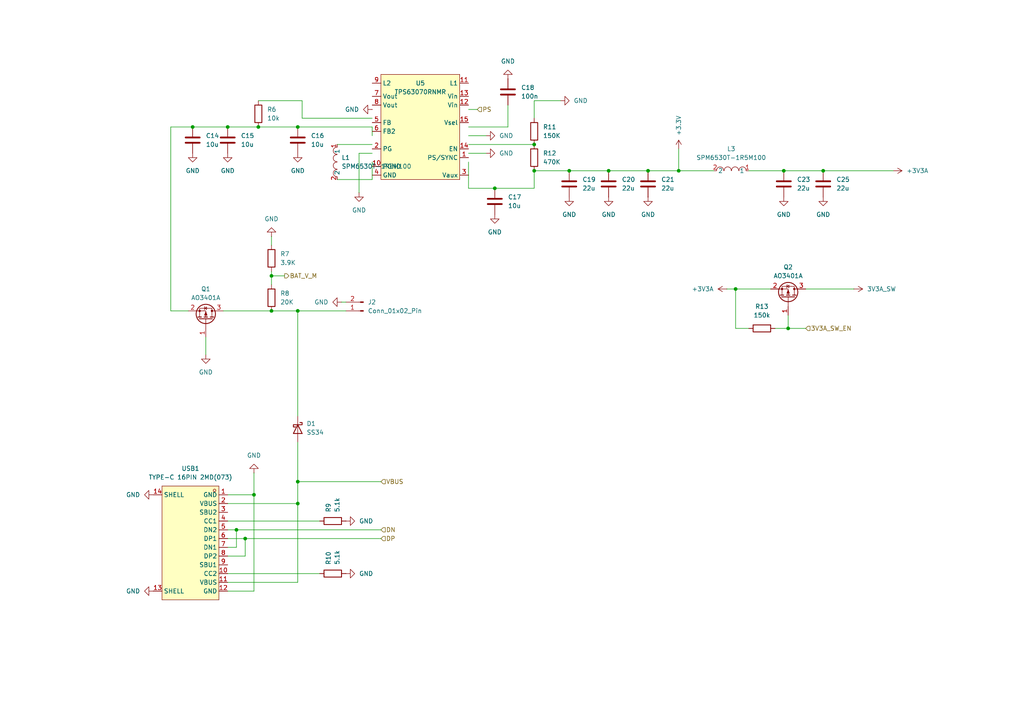
<source format=kicad_sch>
(kicad_sch (version 20231120) (generator "eeschema") (generator_version "8.0")
  (paper "A4")
  (lib_symbols
    (symbol "Connector:Conn_01x02_Pin" (pin_names (offset 1.016) hide)
      (property "Reference" "J" (at 0 2.54 0))
      (property "Value" "Conn_01x02_Pin" (at 0 -5.08 0))
      (symbol "Conn_01x02_Pin_1_1"
        (polyline (pts (xy 1.27 -2.54) (xy 0.8636 -2.54)) (stroke (width 0.1524)))
        (polyline (pts (xy 1.27 0) (xy 0.8636 0)) (stroke (width 0.1524)))
        (rectangle (start 0.8636 -2.413) (end 0 -2.667) (stroke (width 0.1524)) (fill (type outline)))
        (rectangle (start 0.8636 0.127) (end 0 -0.127) (stroke (width 0.1524)) (fill (type outline)))
        (pin passive line (at 5.08 0 180) (length 3.81) (name "Pin_1") (number "1"))
        (pin passive line (at 5.08 -2.54 180) (length 3.81) (name "Pin_2") (number "2"))
      )
    )
    (symbol "Device:C" (pin_numbers hide) (pin_names (offset 0.254))
      (property "Reference" "C" (at 0.635 2.54 0))
      (property "Value" "C" (at 0.635 -2.54 0))
      (symbol "C_0_1"
        (polyline (pts (xy -2.032 -0.762) (xy 2.032 -0.762)) (stroke (width 0.508)))
        (polyline (pts (xy -2.032 0.762) (xy 2.032 0.762)) (stroke (width 0.508)))
      )
      (symbol "C_1_1"
        (pin passive line (at 0 3.81 270) (length 2.794) (name "~") (number "1"))
        (pin passive line (at 0 -3.81 90) (length 2.794) (name "~") (number "2"))
      )
    )
    (symbol "Device:R" (pin_numbers hide) (pin_names (offset 0))
      (property "Reference" "R" (at 2.032 0 90))
      (property "Value" "R" (at 0 0 90))
      (symbol "R_0_1"
        (rectangle (start -1.016 -2.54) (end 1.016 2.54) (stroke (width 0.254)))
      )
      (symbol "R_1_1"
        (pin passive line (at 0 3.81 270) (length 1.27) (name "~") (number "1"))
        (pin passive line (at 0 -3.81 90) (length 1.27) (name "~") (number "2"))
      )
    )
    (symbol "Diode:SS34" (pin_numbers hide) (pin_names (offset 1.016) hide)
      (property "Reference" "D" (at 0 2.54 0))
      (property "Value" "SS34" (at 0 -2.54 0))
      (symbol "SS34_0_1"
        (polyline (pts (xy 1.27 0) (xy -1.27 0)))
        (polyline (pts (xy 1.27 1.27) (xy 1.27 -1.27) (xy -1.27 0) (xy 1.27 1.27)) (stroke (width 0.254)))
        (polyline (pts (xy -1.905 0.635) (xy -1.905 1.27) (xy -1.27 1.27) (xy -1.27 -1.27) (xy -0.635 -1.27) (xy -0.635 -0.635)) (stroke (width 0.254)))
      )
      (symbol "SS34_1_1"
        (pin passive line (at -3.81 0 0) (length 2.54) (name "K") (number "1"))
        (pin passive line (at 3.81 0 180) (length 2.54) (name "A") (number "2"))
      )
    )
    (symbol "Rocketry_Easyeda:SPM6530T-1R5M100"
      (property "Reference" "L" (at 0 5.08 0))
      (property "Value" "SPM6530T-1R5M100" (at 0 -5.08 0))
      (symbol "SPM6530T-1R5M100_0_1"
        (arc (start -4.29 -0.02) (mid -2.52 -0.79) (end -2.27 -0.02))
        (arc (start -2.13 -0.02) (mid -0.36 -0.79) (end -0.11 -0.02))
        (arc (start 0.02 -0.02) (mid 1.79 -0.79) (end 2.04 -0.02))
        (arc (start 2.21 -0.02) (mid 3.3 -1.12) (end 4.23 -0.02))
        (pin unspecified line (at -5.08 0 0) (length 0.762) (name "1") (number "1"))
        (pin unspecified line (at 5.08 0 180) (length 0.762) (name "2") (number "2"))
      )
    )
    (symbol "Rocketry_Easyeda:TPS63070RNMR"
      (property "Reference" "U" (at 0 13.97 0))
      (property "Value" "TPS63070RNMR" (at 0 -13.97 0))
      (symbol "TPS63070RNMR_0_1"
        (rectangle (start -11.43 19.05) (end 11.43 -11.43) (fill (type background)))
        (pin unspecified line (at -13.97 -5.08 0) (length 2.54) (name "PS/SYNC") (number "1"))
        (pin unspecified line (at 13.97 -7.62 180) (length 2.54) (name "PGND") (number "10"))
        (pin unspecified line (at -13.97 16.51 0) (length 2.54) (name "L1") (number "11"))
        (pin unspecified line (at -13.97 10.16 0) (length 2.54) (name "Vin") (number "12"))
        (pin unspecified line (at -13.97 12.7 0) (length 2.54) (name "Vin") (number "13"))
        (pin unspecified line (at -13.97 -2.54 0) (length 2.54) (name "EN") (number "14"))
        (pin unspecified line (at -13.97 5.08 0) (length 2.54) (name "Vsel") (number "15"))
        (pin unspecified line (at 13.97 -2.54 180) (length 2.54) (name "PG") (number "2"))
        (pin unspecified line (at -13.97 -10.16 0) (length 2.54) (name "Vaux") (number "3"))
        (pin unspecified line (at 13.97 -10.16 180) (length 2.54) (name "GND") (number "4"))
        (pin unspecified line (at 13.97 5.08 180) (length 2.54) (name "FB") (number "5"))
        (pin unspecified line (at 13.97 2.54 180) (length 2.54) (name "FB2") (number "6"))
        (pin unspecified line (at 13.97 12.7 180) (length 2.54) (name "Vout") (number "7"))
        (pin unspecified line (at 13.97 10.16 180) (length 2.54) (name "Vout") (number "8"))
        (pin unspecified line (at 13.97 16.51 180) (length 2.54) (name "L2") (number "9"))
      )
    )
    (symbol "Rocketry_Easyeda:TYPE-C16PIN2MD(073)"
      (property "Reference" "USB" (at 0 19.05 0))
      (property "Value" "TYPE-C 16PIN 2MD(073)" (at 0 -19.05 0))
      (symbol "TYPE-C16PIN2MD(073)_0_1"
        (rectangle (start -8.89 16.51) (end 7.62 -16.51) (fill (type background)))
        (circle (center -7.62 15.24) (radius 0.38))
        (pin unspecified line (at -11.43 13.97 0) (length 2.54) (name "GND") (number "1"))
        (pin unspecified line (at -11.43 -8.89 0) (length 2.54) (name "CC2") (number "10"))
        (pin unspecified line (at -11.43 -11.43 0) (length 2.54) (name "VBUS") (number "11"))
        (pin unspecified line (at -11.43 -13.97 0) (length 2.54) (name "GND") (number "12"))
        (pin unspecified line (at 10.16 -13.97 180) (length 2.54) (name "SHELL") (number "13"))
        (pin unspecified line (at 10.16 13.97 180) (length 2.54) (name "SHELL") (number "14"))
        (pin unspecified line (at -11.43 11.43 0) (length 2.54) (name "VBUS") (number "2"))
        (pin unspecified line (at -11.43 8.89 0) (length 2.54) (name "SBU2") (number "3"))
        (pin unspecified line (at -11.43 6.35 0) (length 2.54) (name "CC1") (number "4"))
        (pin unspecified line (at -11.43 3.81 0) (length 2.54) (name "DN2") (number "5"))
        (pin unspecified line (at -11.43 1.27 0) (length 2.54) (name "DP1") (number "6"))
        (pin unspecified line (at -11.43 -1.27 0) (length 2.54) (name "DN1") (number "7"))
        (pin unspecified line (at -11.43 -3.81 0) (length 2.54) (name "DP2") (number "8"))
        (pin unspecified line (at -11.43 -6.35 0) (length 2.54) (name "SBU1") (number "9"))
      )
    )
    (symbol "Transistor_FET:AO3401A" (pin_names hide)
      (property "Reference" "Q" (at 5.08 1.905 0))
      (property "Value" "AO3401A" (at 5.08 0 0))
      (symbol "AO3401A_0_1"
        (polyline (pts (xy 0.254 0) (xy -2.54 0)))
        (polyline (pts (xy 0.254 1.905) (xy 0.254 -1.905)) (stroke (width 0.254)))
        (polyline (pts (xy 0.762 -1.27) (xy 0.762 -2.286)) (stroke (width 0.254)))
        (polyline (pts (xy 0.762 0.508) (xy 0.762 -0.508)) (stroke (width 0.254)))
        (polyline (pts (xy 0.762 2.286) (xy 0.762 1.27)) (stroke (width 0.254)))
        (polyline (pts (xy 2.54 2.54) (xy 2.54 1.778)))
        (polyline (pts (xy 2.54 -2.54) (xy 2.54 0) (xy 0.762 0)))
        (polyline (pts (xy 0.762 1.778) (xy 3.302 1.778) (xy 3.302 -1.778) (xy 0.762 -1.778)))
        (polyline (pts (xy 2.286 0) (xy 1.27 0.381) (xy 1.27 -0.381) (xy 2.286 0)) (fill (type outline)))
        (polyline (pts (xy 2.794 -0.508) (xy 2.921 -0.381) (xy 3.683 -0.381) (xy 3.81 -0.254)))
        (polyline (pts (xy 3.302 -0.381) (xy 2.921 0.254) (xy 3.683 0.254) (xy 3.302 -0.381)))
        (circle (center 1.651 0) (radius 2.794) (stroke (width 0.254)))
        (circle (center 2.54 -1.778) (radius 0.254) (fill (type outline)))
        (circle (center 2.54 1.778) (radius 0.254) (fill (type outline)))
      )
      (symbol "AO3401A_1_1"
        (pin input line (at -5.08 0 0) (length 2.54) (name "G") (number "1"))
        (pin passive line (at 2.54 -5.08 90) (length 2.54) (name "S") (number "2"))
        (pin passive line (at 2.54 5.08 270) (length 2.54) (name "D") (number "3"))
      )
    )
    (symbol "power:+3.3V" (power) (pin_numbers hide) (pin_names (offset 0) hide)
      (property "Value" "+3.3V" (at 0 3.556 0))
      (symbol "+3.3V_0_1"
        (polyline (pts (xy -0.762 1.27) (xy 0 2.54)))
        (polyline (pts (xy 0 0) (xy 0 2.54)))
        (polyline (pts (xy 0 2.54) (xy 0.762 1.27)))
      )
      (symbol "+3.3V_1_1"
        (pin power_in line (at 0 0 90) (length 0) (name "~") (number "1"))
      )
    )
    (symbol "power:+3.3VA" (power) (pin_numbers hide) (pin_names (offset 0) hide)
      (property "Value" "+3.3VA" (at 0 3.556 0))
      (symbol "+3.3VA_0_1"
        (polyline (pts (xy -0.762 1.27) (xy 0 2.54)))
        (polyline (pts (xy 0 0) (xy 0 2.54)))
        (polyline (pts (xy 0 2.54) (xy 0.762 1.27)))
      )
      (symbol "+3.3VA_1_1"
        (pin power_in line (at 0 0 90) (length 0) (name "~") (number "1"))
      )
    )
    (symbol "power:GND" (power) (pin_numbers hide) (pin_names (offset 0) hide)
      (property "Value" "GND" (at 0 -3.81 0))
      (symbol "GND_0_1"
        (polyline (pts (xy 0 0) (xy 0 -1.27) (xy 1.27 -1.27) (xy 0 -2.54) (xy -1.27 -1.27) (xy 0 -1.27)))
      )
      (symbol "GND_1_1"
        (pin power_in line (at 0 0 270) (length 0) (name "~") (number "1"))
      )
    )
  )
  (junction (at 154.94 49.53))
  (junction (at 187.96 49.53))
  (junction (at 213.36 83.82))
  (junction (at 143.51 54.61))
  (junction (at 86.36 146.05))
  (junction (at 227.33 49.53))
  (junction (at 74.93 36.83))
  (junction (at 68.58 153.67))
  (junction (at 176.53 49.53))
  (junction (at 71.12 156.21))
  (junction (at 165.1 49.53))
  (junction (at 238.76 49.53))
  (junction (at 154.94 41.91))
  (junction (at 196.85 49.53))
  (junction (at 78.74 90.17))
  (junction (at 55.88 36.83))
  (junction (at 86.36 139.7))
  (junction (at 86.36 36.83))
  (junction (at 86.36 90.17))
  (junction (at 78.74 80.01))
  (junction (at 228.6 95.25))
  (junction (at 66.04 36.83))
  (junction (at 73.66 143.51))
  (wire (pts (xy 196.85 49.53) (xy 207.01 49.53)))
  (wire (pts (xy 49.53 36.83) (xy 55.88 36.83)))
  (wire (pts (xy 66.04 36.83) (xy 55.88 36.83)))
  (wire (pts (xy 135.89 46.99) (xy 135.89 54.61)))
  (wire (pts (xy 227.33 49.53) (xy 238.76 49.53)))
  (wire (pts (xy 86.36 139.7) (xy 86.36 146.05)))
  (wire (pts (xy 213.36 95.25) (xy 213.36 83.82)))
  (wire (pts (xy 176.53 49.53) (xy 187.96 49.53)))
  (wire (pts (xy 217.17 49.53) (xy 227.33 49.53)))
  (wire (pts (xy 87.63 29.21) (xy 87.63 34.29)))
  (wire (pts (xy 143.51 54.61) (xy 154.94 54.61)))
  (wire (pts (xy 49.53 90.17) (xy 54.61 90.17)))
  (wire (pts (xy 107.95 46.99) (xy 107.95 52.07)))
  (wire (pts (xy 78.74 90.17) (xy 86.36 90.17)))
  (wire (pts (xy 213.36 83.82) (xy 223.52 83.82)))
  (wire (pts (xy 73.66 143.51) (xy 66.04 143.51)))
  (wire (pts (xy 107.95 52.07) (xy 97.79 52.07)))
  (wire (pts (xy 110.49 139.7) (xy 86.36 139.7)))
  (wire (pts (xy 135.89 41.91) (xy 154.94 41.91)))
  (wire (pts (xy 87.63 34.29) (xy 107.95 34.29)))
  (wire (pts (xy 165.1 49.53) (xy 176.53 49.53)))
  (wire (pts (xy 66.04 168.91) (xy 86.36 168.91)))
  (wire (pts (xy 97.79 41.91) (xy 107.95 41.91)))
  (wire (pts (xy 104.14 55.88) (xy 104.14 44.45)))
  (wire (pts (xy 49.53 90.17) (xy 49.53 36.83)))
  (wire (pts (xy 78.74 80.01) (xy 78.74 82.55)))
  (wire (pts (xy 66.04 166.37) (xy 92.71 166.37)))
  (wire (pts (xy 59.69 97.79) (xy 59.69 102.87)))
  (wire (pts (xy 71.12 156.21) (xy 71.12 161.29)))
  (wire (pts (xy 86.36 128.27) (xy 86.36 139.7)))
  (wire (pts (xy 86.36 168.91) (xy 86.36 146.05)))
  (wire (pts (xy 210.82 83.82) (xy 213.36 83.82)))
  (wire (pts (xy 78.74 68.58) (xy 78.74 71.12)))
  (wire (pts (xy 66.04 161.29) (xy 71.12 161.29)))
  (wire (pts (xy 162.56 29.21) (xy 154.94 29.21)))
  (wire (pts (xy 104.14 44.45) (xy 107.95 44.45)))
  (wire (pts (xy 187.96 49.53) (xy 196.85 49.53)))
  (wire (pts (xy 64.77 90.17) (xy 78.74 90.17)))
  (wire (pts (xy 135.89 39.37) (xy 140.97 39.37)))
  (wire (pts (xy 86.36 90.17) (xy 86.36 120.65)))
  (wire (pts (xy 135.89 54.61) (xy 143.51 54.61)))
  (wire (pts (xy 74.93 29.21) (xy 87.63 29.21)))
  (wire (pts (xy 135.89 36.83) (xy 147.32 36.83)))
  (wire (pts (xy 73.66 143.51) (xy 73.66 171.45)))
  (wire (pts (xy 147.32 36.83) (xy 147.32 30.48)))
  (wire (pts (xy 66.04 171.45) (xy 73.66 171.45)))
  (wire (pts (xy 154.94 29.21) (xy 154.94 34.29)))
  (wire (pts (xy 78.74 80.01) (xy 78.74 78.74)))
  (wire (pts (xy 238.76 49.53) (xy 259.08 49.53)))
  (wire (pts (xy 86.36 90.17) (xy 100.33 90.17)))
  (wire (pts (xy 66.04 156.21) (xy 71.12 156.21)))
  (wire (pts (xy 107.95 36.83) (xy 107.95 39.37)))
  (wire (pts (xy 138.43 31.75) (xy 135.89 31.75)))
  (wire (pts (xy 135.89 44.45) (xy 140.97 44.45)))
  (wire (pts (xy 73.66 137.16) (xy 73.66 143.51)))
  (wire (pts (xy 66.04 151.13) (xy 92.71 151.13)))
  (wire (pts (xy 86.36 36.83) (xy 74.93 36.83)))
  (wire (pts (xy 78.74 80.01) (xy 82.55 80.01)))
  (wire (pts (xy 86.36 36.83) (xy 107.95 36.83)))
  (wire (pts (xy 68.58 153.67) (xy 110.49 153.67)))
  (wire (pts (xy 228.6 95.25) (xy 228.6 91.44)))
  (wire (pts (xy 217.17 95.25) (xy 213.36 95.25)))
  (wire (pts (xy 99.06 87.63) (xy 100.33 87.63)))
  (wire (pts (xy 74.93 36.83) (xy 66.04 36.83)))
  (wire (pts (xy 224.79 95.25) (xy 228.6 95.25)))
  (wire (pts (xy 66.04 146.05) (xy 86.36 146.05)))
  (wire (pts (xy 71.12 156.21) (xy 110.49 156.21)))
  (wire (pts (xy 68.58 158.75) (xy 66.04 158.75)))
  (wire (pts (xy 66.04 153.67) (xy 68.58 153.67)))
  (wire (pts (xy 247.65 83.82) (xy 233.68 83.82)))
  (wire (pts (xy 196.85 43.18) (xy 196.85 49.53)))
  (wire (pts (xy 68.58 153.67) (xy 68.58 158.75)))
  (wire (pts (xy 154.94 49.53) (xy 165.1 49.53)))
  (wire (pts (xy 154.94 54.61) (xy 154.94 49.53)))
  (wire (pts (xy 228.6 95.25) (xy 233.68 95.25)))
  (hierarchical_label "VBUS" (shape input) (at 110.49 139.7 0))
  (hierarchical_label "3V3A_SW_EN" (shape input) (at 233.68 95.25 0))
  (hierarchical_label "DP" (shape input) (at 110.49 156.21 0))
  (hierarchical_label "DN" (shape input) (at 110.49 153.67 0))
  (hierarchical_label "BAT_V_M" (shape output) (at 82.55 80.01 0))
  (hierarchical_label "PS" (shape input) (at 138.43 31.75 0))
  (symbol (lib_id "power:GND") (at 227.33 57.15 0) (unit 1)
    (property "Reference" "#PWR047" (effects (hide yes)))
    (property "Value" "GND" (at 227.33 62.23 0))
    (property "Description" "Power symbol creates a global label with name \"GND\" , ground" (effects (hide yes)))
  )
  (symbol (lib_id "power:+3.3VA") (at 247.65 83.82 270) (unit 1)
    (property "Reference" "#PWR052" (effects (hide yes)))
    (property "Value" "3V3A_SW" (at 251.46 83.8199 90) (effects (justify left)))
    (property "Description" "Power symbol creates a global label with name \"+3.3VA\"" (effects (hide yes)))
  )
  (symbol (lib_id "Transistor_FET:AO3401A") (at 228.6 86.36 270) (mirror x) (unit 1)
    (property "Reference" "Q2" (at 228.6 77.47 90))
    (property "Value" "AO3401A" (at 228.6 80.01 90))
    (property "Footprint" "Package_TO_SOT_SMD:SOT-23" (effects (hide yes)))
    (property "Datasheet" "http://www.aosmd.com/pdfs/datasheet/AO3401A.pdf" (effects (hide yes)))
    (property "Description" "-4.0A Id, -30V Vds, P-Channel MOSFET, SOT-23" (effects (hide yes)))
  )
  (symbol (lib_id "Device:C") (at 187.96 53.34 180) (unit 1)
    (property "Reference" "C21" (at 191.77 52.07 0) (effects (justify right)))
    (property "Value" "22u" (at 191.77 54.61 0) (effects (justify right)))
    (property "Footprint" "Capacitor_SMD:C_0603_1608Metric" (effects (hide yes)))
    (property "Description" "Unpolarized capacitor" (effects (hide yes)))
  )
  (symbol (lib_id "power:GND") (at 238.76 57.15 0) (unit 1)
    (property "Reference" "#PWR050" (effects (hide yes)))
    (property "Value" "GND" (at 238.76 62.23 0))
    (property "Description" "Power symbol creates a global label with name \"GND\" , ground" (effects (hide yes)))
  )
  (symbol (lib_id "power:GND") (at 147.32 22.86 180) (unit 1)
    (property "Reference" "#PWR039" (effects (hide yes)))
    (property "Value" "GND" (at 147.32 17.78 0))
    (property "Description" "Power symbol creates a global label with name \"GND\" , ground" (effects (hide yes)))
  )
  (symbol (lib_id "Transistor_FET:AO3401A") (at 59.69 92.71 270) (mirror x) (unit 1)
    (property "Reference" "Q1" (at 59.69 83.82 90))
    (property "Value" "AO3401A" (at 59.69 86.36 90))
    (property "Footprint" "Package_TO_SOT_SMD:SOT-23" (effects (hide yes)))
    (property "Datasheet" "http://www.aosmd.com/pdfs/datasheet/AO3401A.pdf" (effects (hide yes)))
    (property "Description" "-4.0A Id, -30V Vds, P-Channel MOSFET, SOT-23" (effects (hide yes)))
  )
  (symbol (lib_id "Device:C") (at 143.51 58.42 180) (unit 1)
    (property "Reference" "C17" (at 147.32 57.15 0) (effects (justify right)))
    (property "Value" "10u" (at 147.32 59.69 0) (effects (justify right)))
    (property "Footprint" "Capacitor_SMD:C_0603_1608Metric" (effects (hide yes)))
    (property "Description" "Unpolarized capacitor" (effects (hide yes)))
  )
  (symbol (lib_id "power:GND") (at 176.53 57.15 0) (unit 1)
    (property "Reference" "#PWR042" (effects (hide yes)))
    (property "Value" "GND" (at 176.53 62.23 0))
    (property "Description" "Power symbol creates a global label with name \"GND\" , ground" (effects (hide yes)))
  )
  (symbol (lib_id "power:GND") (at 66.04 44.45 0) (unit 1)
    (property "Reference" "#PWR027" (effects (hide yes)))
    (property "Value" "GND" (at 66.04 49.53 0))
    (property "Description" "Power symbol creates a global label with name \"GND\" , ground" (effects (hide yes)))
  )
  (symbol (lib_id "power:GND") (at 140.97 44.45 90) (unit 1)
    (property "Reference" "#PWR037" (effects (hide yes)))
    (property "Value" "GND" (at 144.78 44.4499 90) (effects (justify right)))
    (property "Description" "Power symbol creates a global label with name \"GND\" , ground" (effects (hide yes)))
  )
  (symbol (lib_id "Device:C") (at 55.88 40.64 180) (unit 1)
    (property "Reference" "C14" (at 59.69 39.37 0) (effects (justify right)))
    (property "Value" "10u" (at 59.69 41.91 0) (effects (justify right)))
    (property "Footprint" "Capacitor_SMD:C_0603_1608Metric" (effects (hide yes)))
    (property "Description" "Unpolarized capacitor" (effects (hide yes)))
  )
  (symbol (lib_id "Device:C") (at 176.53 53.34 180) (unit 1)
    (property "Reference" "C20" (at 180.34 52.07 0) (effects (justify right)))
    (property "Value" "22u" (at 180.34 54.61 0) (effects (justify right)))
    (property "Footprint" "Capacitor_SMD:C_0603_1608Metric" (effects (hide yes)))
    (property "Description" "Unpolarized capacitor" (effects (hide yes)))
  )
  (symbol (lib_id "Rocketry_Easyeda:TYPE-C16PIN2MD(073)") (at 54.61 157.48 0) (mirror y) (unit 1)
    (property "Reference" "USB1" (at 55.245 135.89 0))
    (property "Value" "TYPE-C 16PIN 2MD(073)" (at 55.245 138.43 0))
    (property "Footprint" "Rocketry_Easyeda:USB-C-SMD_TYPE-C-6PIN-2MD-073" (effects (hide yes)))
    (property "LCSC Part" "C2765186" (effects (hide yes)))
  )
  (symbol (lib_id "Device:R") (at 96.52 166.37 270) (unit 1)
    (property "Reference" "R10" (at 95.2499 163.83 0) (effects (justify right)))
    (property "Value" "5.1k" (at 97.7899 163.83 0) (effects (justify right)))
    (property "Footprint" "Resistor_SMD:R_0402_1005Metric" (effects (hide yes)))
    (property "Description" "Resistor" (effects (hide yes)))
  )
  (symbol (lib_id "Device:R") (at 154.94 38.1 0) (unit 1)
    (property "Reference" "R11" (at 157.48 36.8299 0) (effects (justify left)))
    (property "Value" "150K" (at 157.48 39.3699 0) (effects (justify left)))
    (property "Footprint" "Resistor_SMD:R_0603_1608Metric" (effects (hide yes)))
    (property "Description" "Resistor" (effects (hide yes)))
  )
  (symbol (lib_id "Device:C") (at 66.04 40.64 180) (unit 1)
    (property "Reference" "C15" (at 69.85 39.37 0) (effects (justify right)))
    (property "Value" "10u" (at 69.85 41.91 0) (effects (justify right)))
    (property "Footprint" "Capacitor_SMD:C_0603_1608Metric" (effects (hide yes)))
    (property "Description" "Unpolarized capacitor" (effects (hide yes)))
  )
  (symbol (lib_id "power:GND") (at 44.45 171.45 270) (unit 1)
    (property "Reference" "#PWR024" (effects (hide yes)))
    (property "Value" "GND" (at 40.64 171.4499 90) (effects (justify right)))
    (property "Description" "Power symbol creates a global label with name \"GND\" , ground" (effects (hide yes)))
  )
  (symbol (lib_id "Device:R") (at 154.94 45.72 0) (unit 1)
    (property "Reference" "R12" (at 157.48 44.4499 0) (effects (justify left)))
    (property "Value" "470K" (at 157.48 46.9899 0) (effects (justify left)))
    (property "Footprint" "Resistor_SMD:R_0402_1005Metric" (effects (hide yes)))
    (property "Description" "Resistor" (effects (hide yes)))
  )
  (symbol (lib_id "power:GND") (at 100.33 151.13 90) (unit 1)
    (property "Reference" "#PWR032" (effects (hide yes)))
    (property "Value" "GND" (at 104.14 151.1299 90) (effects (justify right)))
    (property "Description" "Power symbol creates a global label with name \"GND\" , ground" (effects (hide yes)))
  )
  (symbol (lib_id "power:GND") (at 187.96 57.15 0) (unit 1)
    (property "Reference" "#PWR043" (effects (hide yes)))
    (property "Value" "GND" (at 187.96 62.23 0))
    (property "Description" "Power symbol creates a global label with name \"GND\" , ground" (effects (hide yes)))
  )
  (symbol (lib_id "power:GND") (at 165.1 57.15 0) (unit 1)
    (property "Reference" "#PWR041" (effects (hide yes)))
    (property "Value" "GND" (at 165.1 62.23 0))
    (property "Description" "Power symbol creates a global label with name \"GND\" , ground" (effects (hide yes)))
  )
  (symbol (lib_id "power:+3.3V") (at 196.85 43.18 0) (unit 1)
    (property "Reference" "#PWR044" (effects (hide yes)))
    (property "Value" "+3.3V" (at 196.8501 39.37 90) (effects (justify left)))
    (property "Description" "Power symbol creates a global label with name \"+3.3V\"" (effects (hide yes)))
  )
  (symbol (lib_id "power:GND") (at 100.33 166.37 90) (unit 1)
    (property "Reference" "#PWR033" (effects (hide yes)))
    (property "Value" "GND" (at 104.14 166.3699 90) (effects (justify right)))
    (property "Description" "Power symbol creates a global label with name \"GND\" , ground" (effects (hide yes)))
  )
  (symbol (lib_id "power:GND") (at 73.66 137.16 180) (unit 1)
    (property "Reference" "#PWR028" (effects (hide yes)))
    (property "Value" "GND" (at 73.66 132.08 0))
    (property "Description" "Power symbol creates a global label with name \"GND\" , ground" (effects (hide yes)))
  )
  (symbol (lib_id "power:+3.3VA") (at 259.08 49.53 270) (unit 1)
    (property "Reference" "#PWR053" (effects (hide yes)))
    (property "Value" "+3V3A" (at 262.89 49.5299 90) (effects (justify left)))
    (property "Description" "Power symbol creates a global label with name \"+3.3VA\"" (effects (hide yes)))
  )
  (symbol (lib_id "Connector:Conn_01x02_Pin") (at 105.41 90.17 180) (unit 1)
    (property "Reference" "J2" (at 106.68 87.6299 0) (effects (justify right)))
    (property "Value" "Conn_01x02_Pin" (at 106.68 90.1699 0) (effects (justify right)))
    (property "Footprint" "Rocketry_Manual:1054301102" (effects (hide yes)))
    (property "Description" "Generic connector, single row, 01x02, script generated" (effects (hide yes)))
  )
  (symbol (lib_id "power:GND") (at 99.06 87.63 270) (unit 1)
    (property "Reference" "#PWR031" (effects (hide yes)))
    (property "Value" "GND" (at 95.25 87.6299 90) (effects (justify right)))
    (property "Description" "Power symbol creates a global label with name \"GND\" , ground" (effects (hide yes)))
  )
  (symbol (lib_id "Device:R") (at 96.52 151.13 270) (unit 1)
    (property "Reference" "R9" (at 95.2499 148.59 0) (effects (justify right)))
    (property "Value" "5.1k" (at 97.7899 148.59 0) (effects (justify right)))
    (property "Footprint" "Resistor_SMD:R_0402_1005Metric" (effects (hide yes)))
    (property "Description" "Resistor" (effects (hide yes)))
  )
  (symbol (lib_id "Device:R") (at 74.93 33.02 0) (unit 1)
    (property "Reference" "R6" (at 77.47 31.7499 0) (effects (justify left)))
    (property "Value" "10k" (at 77.47 34.2899 0) (effects (justify left)))
    (property "Footprint" "Resistor_SMD:R_0402_1005Metric" (effects (hide yes)))
    (property "Description" "Resistor" (effects (hide yes)))
  )
  (symbol (lib_id "Device:C") (at 238.76 53.34 180) (unit 1)
    (property "Reference" "C25" (at 242.57 52.07 0) (effects (justify right)))
    (property "Value" "22u" (at 242.57 54.61 0) (effects (justify right)))
    (property "Footprint" "Capacitor_SMD:C_0603_1608Metric" (effects (hide yes)))
    (property "Description" "Unpolarized capacitor" (effects (hide yes)))
  )
  (symbol (lib_id "power:GND") (at 44.45 143.51 270) (unit 1)
    (property "Reference" "#PWR023" (effects (hide yes)))
    (property "Value" "GND" (at 40.64 143.5099 90) (effects (justify right)))
    (property "Description" "Power symbol creates a global label with name \"GND\" , ground" (effects (hide yes)))
  )
  (symbol (lib_id "power:+3.3V") (at 210.82 83.82 90) (unit 1)
    (property "Reference" "#PWR046" (effects (hide yes)))
    (property "Value" "+3V3A" (at 207.01 83.8199 90) (effects (justify left)))
    (property "Description" "Power symbol creates a global label with name \"+3.3V\"" (effects (hide yes)))
  )
  (symbol (lib_id "Device:R") (at 78.74 86.36 0) (unit 1)
    (property "Reference" "R8" (at 81.28 85.09 0) (effects (justify left)))
    (property "Value" "20K" (at 81.28 87.63 0) (effects (justify left)))
    (property "Footprint" "Resistor_SMD:R_0402_1005Metric" (effects (hide yes)))
    (property "Description" "Resistor" (effects (hide yes)))
  )
  (symbol (lib_id "power:GND") (at 78.74 68.58 180) (unit 1)
    (property "Reference" "#PWR029" (effects (hide yes)))
    (property "Value" "GND" (at 78.74 63.5 0))
    (property "Description" "Power symbol creates a global label with name \"GND\" , ground" (effects (hide yes)))
  )
  (symbol (lib_id "Device:C") (at 147.32 26.67 180) (unit 1)
    (property "Reference" "C18" (at 151.13 25.4 0) (effects (justify right)))
    (property "Value" "100n" (at 151.13 27.94 0) (effects (justify right)))
    (property "Footprint" "Capacitor_SMD:C_0402_1005Metric" (effects (hide yes)))
    (property "Description" "Unpolarized capacitor" (effects (hide yes)))
  )
  (symbol (lib_id "Rocketry_Easyeda:SPM6530T-1R5M100") (at 212.09 49.53 180) (unit 1)
    (property "Reference" "L3" (at 212.09 43.18 0))
    (property "Value" "SPM6530T-1R5M100" (at 212.09 45.72 0))
    (property "Footprint" "Rocketry_Easyeda:IND-SMD_L7.1-W6.5-P5.60" (effects (hide yes)))
    (property "Datasheet" "https://lcsc.com/product-detail/Power-Inductors_TDK_SPM6530T-1R5M100_1-5uH-20_C76854.html" (effects (hide yes)))
    (property "LCSC Part" "C76854" (effects (hide yes)))
  )
  (symbol (lib_id "Rocketry_Easyeda:SPM6530T-1R5M100") (at 97.79 46.99 270) (unit 1)
    (property "Reference" "L1" (at 99.06 45.7199 90) (effects (justify left)))
    (property "Value" "SPM6530T-1R5M100" (at 99.06 48.2599 90) (effects (justify left)))
    (property "Footprint" "Rocketry_Easyeda:IND-SMD_L7.1-W6.5-P5.60" (effects (hide yes)))
    (property "Datasheet" "https://lcsc.com/product-detail/Power-Inductors_TDK_SPM6530T-1R5M100_1-5uH-20_C76854.html" (effects (hide yes)))
    (property "LCSC Part" "C76854" (effects (hide yes)))
  )
  (symbol (lib_id "Rocketry_Easyeda:TPS63070RNMR") (at 121.92 40.64 0) (mirror y) (unit 1)
    (property "Reference" "U5" (at 121.92 24.13 0))
    (property "Value" "TPS63070RNMR" (at 121.92 26.67 0))
    (property "Footprint" "Rocketry_Easyeda:VQFN-HR-15_L3.0-W2.5-P0.50-BL_TPS63070RNMR" (effects (hide yes)))
    (property "Datasheet" "https://lcsc.com/product-detail/DC-DC-Converters_TI_TPS63070RNMR_TPS63070RNMR_C109322.html" (effects (hide yes)))
    (property "LCSC Part" "C109322" (effects (hide yes)))
  )
  (symbol (lib_id "power:GND") (at 86.36 44.45 0) (unit 1)
    (property "Reference" "#PWR030" (effects (hide yes)))
    (property "Value" "GND" (at 86.36 49.53 0))
    (property "Description" "Power symbol creates a global label with name \"GND\" , ground" (effects (hide yes)))
  )
  (symbol (lib_id "Device:C") (at 86.36 40.64 180) (unit 1)
    (property "Reference" "C16" (at 90.17 39.37 0) (effects (justify right)))
    (property "Value" "10u" (at 90.17 41.91 0) (effects (justify right)))
    (property "Footprint" "Capacitor_SMD:C_0603_1608Metric" (effects (hide yes)))
    (property "Description" "Unpolarized capacitor" (effects (hide yes)))
  )
  (symbol (lib_id "power:GND") (at 59.69 102.87 0) (unit 1)
    (property "Reference" "#PWR026" (effects (hide yes)))
    (property "Value" "GND" (at 59.69 107.95 0))
    (property "Description" "Power symbol creates a global label with name \"GND\" , ground" (effects (hide yes)))
  )
  (symbol (lib_id "power:GND") (at 162.56 29.21 90) (unit 1)
    (property "Reference" "#PWR040" (effects (hide yes)))
    (property "Value" "GND" (at 166.37 29.2099 90) (effects (justify right)))
    (property "Description" "Power symbol creates a global label with name \"GND\" , ground" (effects (hide yes)))
  )
  (symbol (lib_id "power:GND") (at 55.88 44.45 0) (unit 1)
    (property "Reference" "#PWR025" (effects (hide yes)))
    (property "Value" "GND" (at 55.88 49.53 0))
    (property "Description" "Power symbol creates a global label with name \"GND\" , ground" (effects (hide yes)))
  )
  (symbol (lib_id "Device:R") (at 78.74 74.93 0) (unit 1)
    (property "Reference" "R7" (at 81.28 73.66 0) (effects (justify left)))
    (property "Value" "3.9K" (at 81.28 76.2 0) (effects (justify left)))
    (property "Footprint" "Resistor_SMD:R_0603_1608Metric" (effects (hide yes)))
    (property "Description" "Resistor" (effects (hide yes)))
  )
  (symbol (lib_id "Device:C") (at 227.33 53.34 180) (unit 1)
    (property "Reference" "C23" (at 231.14 52.07 0) (effects (justify right)))
    (property "Value" "22u" (at 231.14 54.61 0) (effects (justify right)))
    (property "Footprint" "Capacitor_SMD:C_0603_1608Metric" (effects (hide yes)))
    (property "Description" "Unpolarized capacitor" (effects (hide yes)))
  )
  (symbol (lib_id "power:GND") (at 140.97 39.37 90) (unit 1)
    (property "Reference" "#PWR036" (effects (hide yes)))
    (property "Value" "GND" (at 144.78 39.3699 90) (effects (justify right)))
    (property "Description" "Power symbol creates a global label with name \"GND\" , ground" (effects (hide yes)))
  )
  (symbol (lib_id "power:GND") (at 104.14 55.88 0) (unit 1)
    (property "Reference" "#PWR034" (effects (hide yes)))
    (property "Value" "GND" (at 104.14 60.96 0))
    (property "Description" "Power symbol creates a global label with name \"GND\" , ground" (effects (hide yes)))
  )
  (symbol (lib_id "power:GND") (at 143.51 62.23 0) (unit 1)
    (property "Reference" "#PWR038" (effects (hide yes)))
    (property "Value" "GND" (at 143.51 67.31 0))
    (property "Description" "Power symbol creates a global label with name \"GND\" , ground" (effects (hide yes)))
  )
  (symbol (lib_id "Diode:SS34") (at 86.36 124.46 270) (unit 1)
    (property "Reference" "D1" (at 88.9 122.8724 90) (effects (justify left)))
    (property "Value" "SS34" (at 88.9 125.4124 90) (effects (justify left)))
    (property "Footprint" "Diode_SMD:D_SMA" (effects (hide yes)))
    (property "Datasheet" "https://www.vishay.com/docs/88751/ss32.pdf" (effects (hide yes)))
    (property "Description" "40V 3A Schottky Diode, SMA" (effects (hide yes)))
  )
  (symbol (lib_id "Device:R") (at 220.98 95.25 90) (unit 1)
    (property "Reference" "R13" (at 220.98 88.9 90))
    (property "Value" "150k" (at 220.98 91.44 90))
    (property "Footprint" "Resistor_SMD:R_0603_1608Metric" (effects (hide yes)))
    (property "Description" "Resistor" (effects (hide yes)))
  )
  (symbol (lib_id "Device:C") (at 165.1 53.34 180) (unit 1)
    (property "Reference" "C19" (at 168.91 52.07 0) (effects (justify right)))
    (property "Value" "22u" (at 168.91 54.61 0) (effects (justify right)))
    (property "Footprint" "Capacitor_SMD:C_0603_1608Metric" (effects (hide yes)))
    (property "Description" "Unpolarized capacitor" (effects (hide yes)))
  )
  (symbol (lib_id "power:GND") (at 107.95 31.75 270) (unit 1)
    (property "Reference" "#PWR035" (effects (hide yes)))
    (property "Value" "GND" (at 104.14 31.7499 90) (effects (justify right)))
    (property "Description" "Power symbol creates a global label with name \"GND\" , ground" (effects (hide yes)))
  )
)
</source>
